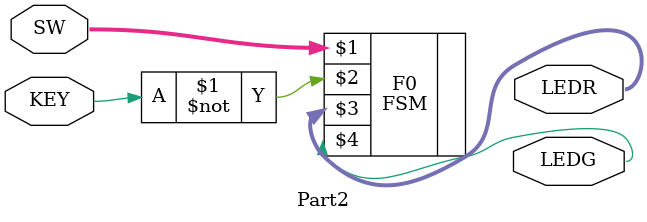
<source format=v>

module Part2(SW, KEY, LEDG, LEDR);
	input [1:0]SW;		//for synchronous reset and for input w
	input [0:0]KEY;	//clock
	output [3:0]LEDR;	//will represent the state
	output [0:0]LEDG;	//will represent output z
	
	FSM F0 ( SW, ~KEY[0], LEDR, LEDG );	//instantiate instance of 9-state FSM

endmodule
</source>
